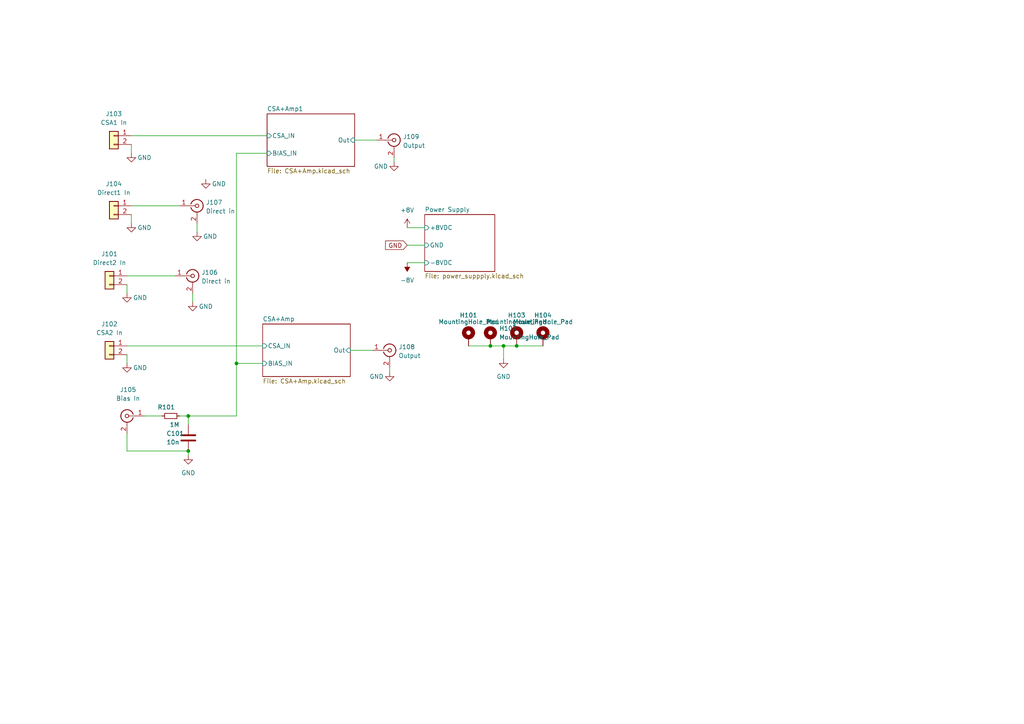
<source format=kicad_sch>
(kicad_sch (version 20211123) (generator eeschema)

  (uuid b85a0dc9-b5a8-4f61-a9c5-acbaf0f490da)

  (paper "A4")

  (lib_symbols
    (symbol "Connector:Conn_Coaxial" (pin_names (offset 1.016) hide) (in_bom yes) (on_board yes)
      (property "Reference" "J" (id 0) (at 0.254 3.048 0)
        (effects (font (size 1.27 1.27)))
      )
      (property "Value" "Conn_Coaxial" (id 1) (at 2.921 0 90)
        (effects (font (size 1.27 1.27)))
      )
      (property "Footprint" "" (id 2) (at 0 0 0)
        (effects (font (size 1.27 1.27)) hide)
      )
      (property "Datasheet" " ~" (id 3) (at 0 0 0)
        (effects (font (size 1.27 1.27)) hide)
      )
      (property "ki_keywords" "BNC SMA SMB SMC LEMO coaxial connector CINCH RCA" (id 4) (at 0 0 0)
        (effects (font (size 1.27 1.27)) hide)
      )
      (property "ki_description" "coaxial connector (BNC, SMA, SMB, SMC, Cinch/RCA, LEMO, ...)" (id 5) (at 0 0 0)
        (effects (font (size 1.27 1.27)) hide)
      )
      (property "ki_fp_filters" "*BNC* *SMA* *SMB* *SMC* *Cinch* *LEMO*" (id 6) (at 0 0 0)
        (effects (font (size 1.27 1.27)) hide)
      )
      (symbol "Conn_Coaxial_0_1"
        (arc (start -1.778 -0.508) (mid 0.2311 -1.8066) (end 1.778 0)
          (stroke (width 0.254) (type default) (color 0 0 0 0))
          (fill (type none))
        )
        (polyline
          (pts
            (xy -2.54 0)
            (xy -0.508 0)
          )
          (stroke (width 0) (type default) (color 0 0 0 0))
          (fill (type none))
        )
        (polyline
          (pts
            (xy 0 -2.54)
            (xy 0 -1.778)
          )
          (stroke (width 0) (type default) (color 0 0 0 0))
          (fill (type none))
        )
        (circle (center 0 0) (radius 0.508)
          (stroke (width 0.2032) (type default) (color 0 0 0 0))
          (fill (type none))
        )
        (arc (start 1.778 0) (mid 0.2099 1.8101) (end -1.778 0.508)
          (stroke (width 0.254) (type default) (color 0 0 0 0))
          (fill (type none))
        )
      )
      (symbol "Conn_Coaxial_1_1"
        (pin passive line (at -5.08 0 0) (length 2.54)
          (name "In" (effects (font (size 1.27 1.27))))
          (number "1" (effects (font (size 1.27 1.27))))
        )
        (pin passive line (at 0 -5.08 90) (length 2.54)
          (name "Ext" (effects (font (size 1.27 1.27))))
          (number "2" (effects (font (size 1.27 1.27))))
        )
      )
    )
    (symbol "Connector_Generic:Conn_01x02" (pin_names (offset 1.016) hide) (in_bom yes) (on_board yes)
      (property "Reference" "J" (id 0) (at 0 2.54 0)
        (effects (font (size 1.27 1.27)))
      )
      (property "Value" "Conn_01x02" (id 1) (at 0 -5.08 0)
        (effects (font (size 1.27 1.27)))
      )
      (property "Footprint" "" (id 2) (at 0 0 0)
        (effects (font (size 1.27 1.27)) hide)
      )
      (property "Datasheet" "~" (id 3) (at 0 0 0)
        (effects (font (size 1.27 1.27)) hide)
      )
      (property "ki_keywords" "connector" (id 4) (at 0 0 0)
        (effects (font (size 1.27 1.27)) hide)
      )
      (property "ki_description" "Generic connector, single row, 01x02, script generated (kicad-library-utils/schlib/autogen/connector/)" (id 5) (at 0 0 0)
        (effects (font (size 1.27 1.27)) hide)
      )
      (property "ki_fp_filters" "Connector*:*_1x??_*" (id 6) (at 0 0 0)
        (effects (font (size 1.27 1.27)) hide)
      )
      (symbol "Conn_01x02_1_1"
        (rectangle (start -1.27 -2.413) (end 0 -2.667)
          (stroke (width 0.1524) (type default) (color 0 0 0 0))
          (fill (type none))
        )
        (rectangle (start -1.27 0.127) (end 0 -0.127)
          (stroke (width 0.1524) (type default) (color 0 0 0 0))
          (fill (type none))
        )
        (rectangle (start -1.27 1.27) (end 1.27 -3.81)
          (stroke (width 0.254) (type default) (color 0 0 0 0))
          (fill (type background))
        )
        (pin passive line (at -5.08 0 0) (length 3.81)
          (name "Pin_1" (effects (font (size 1.27 1.27))))
          (number "1" (effects (font (size 1.27 1.27))))
        )
        (pin passive line (at -5.08 -2.54 0) (length 3.81)
          (name "Pin_2" (effects (font (size 1.27 1.27))))
          (number "2" (effects (font (size 1.27 1.27))))
        )
      )
    )
    (symbol "Device:C" (pin_numbers hide) (pin_names (offset 0.254)) (in_bom yes) (on_board yes)
      (property "Reference" "C" (id 0) (at 0.635 2.54 0)
        (effects (font (size 1.27 1.27)) (justify left))
      )
      (property "Value" "C" (id 1) (at 0.635 -2.54 0)
        (effects (font (size 1.27 1.27)) (justify left))
      )
      (property "Footprint" "" (id 2) (at 0.9652 -3.81 0)
        (effects (font (size 1.27 1.27)) hide)
      )
      (property "Datasheet" "~" (id 3) (at 0 0 0)
        (effects (font (size 1.27 1.27)) hide)
      )
      (property "ki_keywords" "cap capacitor" (id 4) (at 0 0 0)
        (effects (font (size 1.27 1.27)) hide)
      )
      (property "ki_description" "Unpolarized capacitor" (id 5) (at 0 0 0)
        (effects (font (size 1.27 1.27)) hide)
      )
      (property "ki_fp_filters" "C_*" (id 6) (at 0 0 0)
        (effects (font (size 1.27 1.27)) hide)
      )
      (symbol "C_0_1"
        (polyline
          (pts
            (xy -2.032 -0.762)
            (xy 2.032 -0.762)
          )
          (stroke (width 0.508) (type default) (color 0 0 0 0))
          (fill (type none))
        )
        (polyline
          (pts
            (xy -2.032 0.762)
            (xy 2.032 0.762)
          )
          (stroke (width 0.508) (type default) (color 0 0 0 0))
          (fill (type none))
        )
      )
      (symbol "C_1_1"
        (pin passive line (at 0 3.81 270) (length 2.794)
          (name "~" (effects (font (size 1.27 1.27))))
          (number "1" (effects (font (size 1.27 1.27))))
        )
        (pin passive line (at 0 -3.81 90) (length 2.794)
          (name "~" (effects (font (size 1.27 1.27))))
          (number "2" (effects (font (size 1.27 1.27))))
        )
      )
    )
    (symbol "Device:R_Small" (pin_numbers hide) (pin_names (offset 0.254) hide) (in_bom yes) (on_board yes)
      (property "Reference" "R" (id 0) (at 0.762 0.508 0)
        (effects (font (size 1.27 1.27)) (justify left))
      )
      (property "Value" "R_Small" (id 1) (at 0.762 -1.016 0)
        (effects (font (size 1.27 1.27)) (justify left))
      )
      (property "Footprint" "" (id 2) (at 0 0 0)
        (effects (font (size 1.27 1.27)) hide)
      )
      (property "Datasheet" "~" (id 3) (at 0 0 0)
        (effects (font (size 1.27 1.27)) hide)
      )
      (property "ki_keywords" "R resistor" (id 4) (at 0 0 0)
        (effects (font (size 1.27 1.27)) hide)
      )
      (property "ki_description" "Resistor, small symbol" (id 5) (at 0 0 0)
        (effects (font (size 1.27 1.27)) hide)
      )
      (property "ki_fp_filters" "R_*" (id 6) (at 0 0 0)
        (effects (font (size 1.27 1.27)) hide)
      )
      (symbol "R_Small_0_1"
        (rectangle (start -0.762 1.778) (end 0.762 -1.778)
          (stroke (width 0.2032) (type default) (color 0 0 0 0))
          (fill (type none))
        )
      )
      (symbol "R_Small_1_1"
        (pin passive line (at 0 2.54 270) (length 0.762)
          (name "~" (effects (font (size 1.27 1.27))))
          (number "1" (effects (font (size 1.27 1.27))))
        )
        (pin passive line (at 0 -2.54 90) (length 0.762)
          (name "~" (effects (font (size 1.27 1.27))))
          (number "2" (effects (font (size 1.27 1.27))))
        )
      )
    )
    (symbol "Mechanical:MountingHole_Pad" (pin_numbers hide) (pin_names (offset 1.016) hide) (in_bom yes) (on_board yes)
      (property "Reference" "H" (id 0) (at 0 6.35 0)
        (effects (font (size 1.27 1.27)))
      )
      (property "Value" "MountingHole_Pad" (id 1) (at 0 4.445 0)
        (effects (font (size 1.27 1.27)))
      )
      (property "Footprint" "" (id 2) (at 0 0 0)
        (effects (font (size 1.27 1.27)) hide)
      )
      (property "Datasheet" "~" (id 3) (at 0 0 0)
        (effects (font (size 1.27 1.27)) hide)
      )
      (property "ki_keywords" "mounting hole" (id 4) (at 0 0 0)
        (effects (font (size 1.27 1.27)) hide)
      )
      (property "ki_description" "Mounting Hole with connection" (id 5) (at 0 0 0)
        (effects (font (size 1.27 1.27)) hide)
      )
      (property "ki_fp_filters" "MountingHole*Pad*" (id 6) (at 0 0 0)
        (effects (font (size 1.27 1.27)) hide)
      )
      (symbol "MountingHole_Pad_0_1"
        (circle (center 0 1.27) (radius 1.27)
          (stroke (width 1.27) (type default) (color 0 0 0 0))
          (fill (type none))
        )
      )
      (symbol "MountingHole_Pad_1_1"
        (pin input line (at 0 -2.54 90) (length 2.54)
          (name "1" (effects (font (size 1.27 1.27))))
          (number "1" (effects (font (size 1.27 1.27))))
        )
      )
    )
    (symbol "power:+8V" (power) (pin_names (offset 0)) (in_bom yes) (on_board yes)
      (property "Reference" "#PWR" (id 0) (at 0 -3.81 0)
        (effects (font (size 1.27 1.27)) hide)
      )
      (property "Value" "+8V" (id 1) (at 0 3.556 0)
        (effects (font (size 1.27 1.27)))
      )
      (property "Footprint" "" (id 2) (at 0 0 0)
        (effects (font (size 1.27 1.27)) hide)
      )
      (property "Datasheet" "" (id 3) (at 0 0 0)
        (effects (font (size 1.27 1.27)) hide)
      )
      (property "ki_keywords" "power-flag" (id 4) (at 0 0 0)
        (effects (font (size 1.27 1.27)) hide)
      )
      (property "ki_description" "Power symbol creates a global label with name \"+8V\"" (id 5) (at 0 0 0)
        (effects (font (size 1.27 1.27)) hide)
      )
      (symbol "+8V_0_1"
        (polyline
          (pts
            (xy -0.762 1.27)
            (xy 0 2.54)
          )
          (stroke (width 0) (type default) (color 0 0 0 0))
          (fill (type none))
        )
        (polyline
          (pts
            (xy 0 0)
            (xy 0 2.54)
          )
          (stroke (width 0) (type default) (color 0 0 0 0))
          (fill (type none))
        )
        (polyline
          (pts
            (xy 0 2.54)
            (xy 0.762 1.27)
          )
          (stroke (width 0) (type default) (color 0 0 0 0))
          (fill (type none))
        )
      )
      (symbol "+8V_1_1"
        (pin power_in line (at 0 0 90) (length 0) hide
          (name "+8V" (effects (font (size 1.27 1.27))))
          (number "1" (effects (font (size 1.27 1.27))))
        )
      )
    )
    (symbol "power:-8V" (power) (pin_names (offset 0)) (in_bom yes) (on_board yes)
      (property "Reference" "#PWR" (id 0) (at 0 2.54 0)
        (effects (font (size 1.27 1.27)) hide)
      )
      (property "Value" "-8V" (id 1) (at 0 3.81 0)
        (effects (font (size 1.27 1.27)))
      )
      (property "Footprint" "" (id 2) (at 0 0 0)
        (effects (font (size 1.27 1.27)) hide)
      )
      (property "Datasheet" "" (id 3) (at 0 0 0)
        (effects (font (size 1.27 1.27)) hide)
      )
      (property "ki_keywords" "power-flag" (id 4) (at 0 0 0)
        (effects (font (size 1.27 1.27)) hide)
      )
      (property "ki_description" "Power symbol creates a global label with name \"-8V\"" (id 5) (at 0 0 0)
        (effects (font (size 1.27 1.27)) hide)
      )
      (symbol "-8V_0_0"
        (pin power_in line (at 0 0 90) (length 0) hide
          (name "-8V" (effects (font (size 1.27 1.27))))
          (number "1" (effects (font (size 1.27 1.27))))
        )
      )
      (symbol "-8V_0_1"
        (polyline
          (pts
            (xy 0 0)
            (xy 0 1.27)
            (xy 0.762 1.27)
            (xy 0 2.54)
            (xy -0.762 1.27)
            (xy 0 1.27)
          )
          (stroke (width 0) (type default) (color 0 0 0 0))
          (fill (type outline))
        )
      )
    )
    (symbol "power:GND" (power) (pin_names (offset 0)) (in_bom yes) (on_board yes)
      (property "Reference" "#PWR" (id 0) (at 0 -6.35 0)
        (effects (font (size 1.27 1.27)) hide)
      )
      (property "Value" "GND" (id 1) (at 0 -3.81 0)
        (effects (font (size 1.27 1.27)))
      )
      (property "Footprint" "" (id 2) (at 0 0 0)
        (effects (font (size 1.27 1.27)) hide)
      )
      (property "Datasheet" "" (id 3) (at 0 0 0)
        (effects (font (size 1.27 1.27)) hide)
      )
      (property "ki_keywords" "power-flag" (id 4) (at 0 0 0)
        (effects (font (size 1.27 1.27)) hide)
      )
      (property "ki_description" "Power symbol creates a global label with name \"GND\" , ground" (id 5) (at 0 0 0)
        (effects (font (size 1.27 1.27)) hide)
      )
      (symbol "GND_0_1"
        (polyline
          (pts
            (xy 0 0)
            (xy 0 -1.27)
            (xy 1.27 -1.27)
            (xy 0 -2.54)
            (xy -1.27 -1.27)
            (xy 0 -1.27)
          )
          (stroke (width 0) (type default) (color 0 0 0 0))
          (fill (type none))
        )
      )
      (symbol "GND_1_1"
        (pin power_in line (at 0 0 270) (length 0) hide
          (name "GND" (effects (font (size 1.27 1.27))))
          (number "1" (effects (font (size 1.27 1.27))))
        )
      )
    )
  )

  (junction (at 54.61 120.65) (diameter 0) (color 0 0 0 0)
    (uuid 4c904cce-334b-471d-aea7-a765090e9d80)
  )
  (junction (at 142.24 100.33) (diameter 0) (color 0 0 0 0)
    (uuid 64af1d39-f9be-4be2-af55-0b9238adca45)
  )
  (junction (at 68.58 105.41) (diameter 0) (color 0 0 0 0)
    (uuid 93fd6ffe-dde6-4819-a9b7-0a8333d9cb59)
  )
  (junction (at 146.05 100.33) (diameter 0) (color 0 0 0 0)
    (uuid 9f9d4181-0b29-4657-bf84-9fef6be4d2cc)
  )
  (junction (at 54.61 130.81) (diameter 0) (color 0 0 0 0)
    (uuid b8af28e1-3c00-42a7-aaad-6b9d59c6926f)
  )
  (junction (at 149.86 100.33) (diameter 0) (color 0 0 0 0)
    (uuid eb4a2710-e909-4179-a436-cb3d670acaa5)
  )

  (wire (pts (xy 135.89 100.33) (xy 142.24 100.33))
    (stroke (width 0) (type default) (color 0 0 0 0))
    (uuid 142a1451-afd5-47b3-8499-dcfcc4235c61)
  )
  (wire (pts (xy 102.87 40.64) (xy 109.22 40.64))
    (stroke (width 0) (type default) (color 0 0 0 0))
    (uuid 1af63587-5bbb-4c0c-ab17-09372181a860)
  )
  (wire (pts (xy 77.47 44.45) (xy 68.58 44.45))
    (stroke (width 0) (type default) (color 0 0 0 0))
    (uuid 1d1098b3-3e45-4a1c-b27c-2a133856f5c0)
  )
  (wire (pts (xy 114.3 46.99) (xy 114.3 45.72))
    (stroke (width 0) (type default) (color 0 0 0 0))
    (uuid 1eb34185-94bb-4ab8-ae01-c662f3922e7b)
  )
  (wire (pts (xy 118.11 71.12) (xy 123.19 71.12))
    (stroke (width 0) (type default) (color 0 0 0 0))
    (uuid 24ea12fb-209a-4b40-ab86-8cee67ff2617)
  )
  (wire (pts (xy 142.24 100.33) (xy 146.05 100.33))
    (stroke (width 0) (type default) (color 0 0 0 0))
    (uuid 3b6e8ab2-a5d8-4110-b2bb-08a699f51121)
  )
  (wire (pts (xy 41.91 120.65) (xy 46.99 120.65))
    (stroke (width 0) (type default) (color 0 0 0 0))
    (uuid 3bb7c88b-da89-4908-a2bd-1fc6b47689ed)
  )
  (wire (pts (xy 118.11 66.04) (xy 123.19 66.04))
    (stroke (width 0) (type default) (color 0 0 0 0))
    (uuid 4d7c5e79-b008-4458-adda-0fdb57f36dd6)
  )
  (wire (pts (xy 38.1 39.37) (xy 77.47 39.37))
    (stroke (width 0) (type default) (color 0 0 0 0))
    (uuid 4df539f3-2978-4095-a330-cdc9ae454fa6)
  )
  (wire (pts (xy 36.83 82.55) (xy 36.83 85.09))
    (stroke (width 0) (type default) (color 0 0 0 0))
    (uuid 53d06069-5fb3-4f5f-82f3-f6c7956eae42)
  )
  (wire (pts (xy 54.61 123.19) (xy 54.61 120.65))
    (stroke (width 0) (type default) (color 0 0 0 0))
    (uuid 53d10630-b0da-4b88-a88e-3c5eb94291d9)
  )
  (wire (pts (xy 54.61 130.81) (xy 54.61 132.08))
    (stroke (width 0) (type default) (color 0 0 0 0))
    (uuid 57017e15-5d3e-4bbf-b708-71a13f78eae8)
  )
  (wire (pts (xy 68.58 44.45) (xy 68.58 105.41))
    (stroke (width 0) (type default) (color 0 0 0 0))
    (uuid 5a4ebf1c-bcbc-4a3e-8edf-b3b4cbdaf8bd)
  )
  (wire (pts (xy 36.83 100.33) (xy 76.2 100.33))
    (stroke (width 0) (type default) (color 0 0 0 0))
    (uuid 5cf41d24-7d58-4213-b542-cef582511072)
  )
  (wire (pts (xy 38.1 62.23) (xy 38.1 64.77))
    (stroke (width 0) (type default) (color 0 0 0 0))
    (uuid 5ea0280c-6fac-4505-b952-fd8755dd68e9)
  )
  (wire (pts (xy 146.05 100.33) (xy 149.86 100.33))
    (stroke (width 0) (type default) (color 0 0 0 0))
    (uuid 653b3427-6e90-4bf8-8771-b353be262935)
  )
  (wire (pts (xy 118.11 76.2) (xy 123.19 76.2))
    (stroke (width 0) (type default) (color 0 0 0 0))
    (uuid 65a8abb5-95d7-42f5-b9cb-b7e4e53af737)
  )
  (wire (pts (xy 101.6 101.6) (xy 107.95 101.6))
    (stroke (width 0) (type default) (color 0 0 0 0))
    (uuid 8a3374e1-875f-4890-a4df-1b68e3740547)
  )
  (wire (pts (xy 68.58 105.41) (xy 76.2 105.41))
    (stroke (width 0) (type default) (color 0 0 0 0))
    (uuid 91fab4d2-357a-4660-9f8d-6bac2f034855)
  )
  (wire (pts (xy 38.1 41.91) (xy 38.1 44.45))
    (stroke (width 0) (type default) (color 0 0 0 0))
    (uuid 94840e4f-34e8-45ae-9f7c-dea41551df87)
  )
  (wire (pts (xy 36.83 125.73) (xy 36.83 130.81))
    (stroke (width 0) (type default) (color 0 0 0 0))
    (uuid 9e9fd1c1-9f4e-40f1-9617-8b3cf0d24097)
  )
  (wire (pts (xy 52.07 120.65) (xy 54.61 120.65))
    (stroke (width 0) (type default) (color 0 0 0 0))
    (uuid a4288ad3-6a0a-4bd3-ab2d-b91f266f4583)
  )
  (wire (pts (xy 38.1 59.69) (xy 52.07 59.69))
    (stroke (width 0) (type default) (color 0 0 0 0))
    (uuid b3321f81-ca6c-4359-9eb4-744534f37fa9)
  )
  (wire (pts (xy 36.83 102.87) (xy 36.83 105.41))
    (stroke (width 0) (type default) (color 0 0 0 0))
    (uuid b36253cc-43c3-4786-9dd4-cc4471fa32e6)
  )
  (wire (pts (xy 68.58 120.65) (xy 68.58 105.41))
    (stroke (width 0) (type default) (color 0 0 0 0))
    (uuid bb9f97d6-3f22-4d40-8c9c-48efc187e030)
  )
  (wire (pts (xy 54.61 120.65) (xy 68.58 120.65))
    (stroke (width 0) (type default) (color 0 0 0 0))
    (uuid bbf8d65a-1bd2-47ed-a4a3-123a2606fa95)
  )
  (wire (pts (xy 146.05 100.33) (xy 146.05 104.14))
    (stroke (width 0) (type default) (color 0 0 0 0))
    (uuid bec47d21-a60a-415c-89ae-1277cf8052e5)
  )
  (wire (pts (xy 36.83 80.01) (xy 50.8 80.01))
    (stroke (width 0) (type default) (color 0 0 0 0))
    (uuid c0fc8ac5-7fd7-4ea9-bbdd-4ff9acce38a5)
  )
  (wire (pts (xy 57.15 64.77) (xy 57.15 67.31))
    (stroke (width 0) (type default) (color 0 0 0 0))
    (uuid c268a287-d02b-4716-9e41-5ea61b04f32e)
  )
  (wire (pts (xy 55.88 85.09) (xy 55.88 87.63))
    (stroke (width 0) (type default) (color 0 0 0 0))
    (uuid c926a29c-ddfc-47d2-91ca-2fdef0ad0653)
  )
  (wire (pts (xy 149.86 100.33) (xy 157.48 100.33))
    (stroke (width 0) (type default) (color 0 0 0 0))
    (uuid e26f85bd-7b0c-40cb-bc3b-c9b68af8d549)
  )
  (wire (pts (xy 113.03 107.95) (xy 113.03 106.68))
    (stroke (width 0) (type default) (color 0 0 0 0))
    (uuid eceeb3d0-589a-4f59-bfc6-72c1ab83b382)
  )
  (wire (pts (xy 36.83 130.81) (xy 54.61 130.81))
    (stroke (width 0) (type default) (color 0 0 0 0))
    (uuid f01dce7a-441d-4c0d-a563-6be39e2fd335)
  )

  (global_label "GND" (shape input) (at 118.11 71.12 180) (fields_autoplaced)
    (effects (font (size 1.27 1.27)) (justify right))
    (uuid b96d934f-dc1f-4745-89ac-17d78a649280)
    (property "Intersheet References" "${INTERSHEET_REFS}" (id 0) (at 111.8264 71.0406 0)
      (effects (font (size 1.27 1.27)) (justify right) hide)
    )
  )

  (symbol (lib_id "Connector:Conn_Coaxial") (at 55.88 80.01 0) (unit 1)
    (in_bom yes) (on_board yes) (fields_autoplaced)
    (uuid 0388a301-bb48-4579-858e-cf2897d6b6de)
    (property "Reference" "J106" (id 0) (at 58.42 79.0331 0)
      (effects (font (size 1.27 1.27)) (justify left))
    )
    (property "Value" "Direct in" (id 1) (at 58.42 81.5731 0)
      (effects (font (size 1.27 1.27)) (justify left))
    )
    (property "Footprint" "Connector_Coaxial:SMA_Amphenol_132203-12_Horizontal" (id 2) (at 55.88 80.01 0)
      (effects (font (size 1.27 1.27)) hide)
    )
    (property "Datasheet" "https://www.mouser.com/datasheet/2/238/consma002-l-g-1544715.pdf" (id 3) (at 55.88 80.01 0)
      (effects (font (size 1.27 1.27)) hide)
    )
    (property "Digikey" "" (id 4) (at 55.88 80.01 0)
      (effects (font (size 1.27 1.27)) hide)
    )
    (property "Mouser" "712-CONSMA002-L-G " (id 5) (at 55.88 80.01 0)
      (effects (font (size 1.27 1.27)) hide)
    )
    (pin "1" (uuid 3ae8bb3b-ac6c-44cf-82bc-3035cce9fda6))
    (pin "2" (uuid e75f6ac4-6a6d-4199-b5db-5b9731986835))
  )

  (symbol (lib_id "Connector:Conn_Coaxial") (at 113.03 101.6 0) (unit 1)
    (in_bom yes) (on_board yes) (fields_autoplaced)
    (uuid 0da83d3e-b1ab-483f-a02f-01b90c3f43d5)
    (property "Reference" "J108" (id 0) (at 115.57 100.6231 0)
      (effects (font (size 1.27 1.27)) (justify left))
    )
    (property "Value" "Output" (id 1) (at 115.57 103.1631 0)
      (effects (font (size 1.27 1.27)) (justify left))
    )
    (property "Footprint" "Connector_Coaxial:SMA_Amphenol_132203-12_Horizontal" (id 2) (at 113.03 101.6 0)
      (effects (font (size 1.27 1.27)) hide)
    )
    (property "Datasheet" "https://www.mouser.com/datasheet/2/238/consma002-l-g-1544715.pdf" (id 3) (at 113.03 101.6 0)
      (effects (font (size 1.27 1.27)) hide)
    )
    (property "Digikey" "" (id 4) (at 113.03 101.6 0)
      (effects (font (size 1.27 1.27)) hide)
    )
    (property "Mouser" "712-CONSMA002-L-G " (id 5) (at 113.03 101.6 0)
      (effects (font (size 1.27 1.27)) hide)
    )
    (pin "1" (uuid 4f5c0bb5-580c-4366-ba9b-72f86f504ad2))
    (pin "2" (uuid 30cd16a0-21ab-449e-817f-990b4512ab5a))
  )

  (symbol (lib_id "power:GND") (at 54.61 132.08 0) (unit 1)
    (in_bom yes) (on_board yes) (fields_autoplaced)
    (uuid 1589af3c-8a1c-4122-aafe-5b9f4f51c5ef)
    (property "Reference" "#PWR0105" (id 0) (at 54.61 138.43 0)
      (effects (font (size 1.27 1.27)) hide)
    )
    (property "Value" "GND" (id 1) (at 54.61 137.16 0))
    (property "Footprint" "" (id 2) (at 54.61 132.08 0)
      (effects (font (size 1.27 1.27)) hide)
    )
    (property "Datasheet" "" (id 3) (at 54.61 132.08 0)
      (effects (font (size 1.27 1.27)) hide)
    )
    (pin "1" (uuid 722dcd12-d179-480e-86ba-c38b2104d40e))
  )

  (symbol (lib_id "power:GND") (at 57.15 67.31 0) (mirror y) (unit 1)
    (in_bom yes) (on_board yes)
    (uuid 3056a5db-fb5f-4623-928b-f645212ed1a8)
    (property "Reference" "#PWR0107" (id 0) (at 57.15 73.66 0)
      (effects (font (size 1.27 1.27)) hide)
    )
    (property "Value" "GND" (id 1) (at 60.96 68.58 0))
    (property "Footprint" "" (id 2) (at 57.15 67.31 0)
      (effects (font (size 1.27 1.27)) hide)
    )
    (property "Datasheet" "" (id 3) (at 57.15 67.31 0)
      (effects (font (size 1.27 1.27)) hide)
    )
    (pin "1" (uuid 5458704b-e088-4f66-990a-c3abdbeba6ae))
  )

  (symbol (lib_id "power:GND") (at 38.1 64.77 0) (mirror y) (unit 1)
    (in_bom yes) (on_board yes)
    (uuid 332b0e5c-d703-4c41-9b1d-a1e9283f8e38)
    (property "Reference" "#PWR0104" (id 0) (at 38.1 71.12 0)
      (effects (font (size 1.27 1.27)) hide)
    )
    (property "Value" "GND" (id 1) (at 41.91 66.04 0))
    (property "Footprint" "" (id 2) (at 38.1 64.77 0)
      (effects (font (size 1.27 1.27)) hide)
    )
    (property "Datasheet" "" (id 3) (at 38.1 64.77 0)
      (effects (font (size 1.27 1.27)) hide)
    )
    (pin "1" (uuid ddc41db2-d313-4572-b782-5c2766594c5a))
  )

  (symbol (lib_id "power:GND") (at 36.83 105.41 0) (mirror y) (unit 1)
    (in_bom yes) (on_board yes)
    (uuid 335528af-df99-4781-bf78-62250f9b1d33)
    (property "Reference" "#PWR0102" (id 0) (at 36.83 111.76 0)
      (effects (font (size 1.27 1.27)) hide)
    )
    (property "Value" "GND" (id 1) (at 40.64 106.68 0))
    (property "Footprint" "" (id 2) (at 36.83 105.41 0)
      (effects (font (size 1.27 1.27)) hide)
    )
    (property "Datasheet" "" (id 3) (at 36.83 105.41 0)
      (effects (font (size 1.27 1.27)) hide)
    )
    (pin "1" (uuid 4dc7b7b2-30ee-4414-bcd4-cce4078b36ca))
  )

  (symbol (lib_id "Connector:Conn_Coaxial") (at 36.83 120.65 0) (mirror y) (unit 1)
    (in_bom yes) (on_board yes) (fields_autoplaced)
    (uuid 4e27e17b-452e-4baa-a155-afb6718c09b3)
    (property "Reference" "J105" (id 0) (at 37.1474 113.03 0))
    (property "Value" "Bias In" (id 1) (at 37.1474 115.57 0))
    (property "Footprint" "Connector_Coaxial:SMA_Amphenol_132203-12_Horizontal" (id 2) (at 36.83 120.65 0)
      (effects (font (size 1.27 1.27)) hide)
    )
    (property "Datasheet" "https://www.mouser.com/datasheet/2/238/consma002-l-g-1544715.pdf" (id 3) (at 36.83 120.65 0)
      (effects (font (size 1.27 1.27)) hide)
    )
    (property "Digikey" "" (id 4) (at 36.83 120.65 0)
      (effects (font (size 1.27 1.27)) hide)
    )
    (property "Mouser" "712-CONSMA002-L-G " (id 5) (at 36.83 120.65 0)
      (effects (font (size 1.27 1.27)) hide)
    )
    (pin "1" (uuid 3052ad40-27f3-4533-895e-605fd8cdc90b))
    (pin "2" (uuid 7d11ca53-2327-4f2e-892b-4c2d09f061a0))
  )

  (symbol (lib_id "Device:R_Small") (at 49.53 120.65 270) (unit 1)
    (in_bom yes) (on_board yes)
    (uuid 5f6b2528-a50e-4f82-82d3-d2029f3e413a)
    (property "Reference" "R101" (id 0) (at 50.8 118.11 90)
      (effects (font (size 1.27 1.27)) (justify right))
    )
    (property "Value" "1M" (id 1) (at 52.07 123.19 90)
      (effects (font (size 1.27 1.27)) (justify right))
    )
    (property "Footprint" "Resistor_SMD:R_0805_2012Metric_Pad1.20x1.40mm_HandSolder" (id 2) (at 49.53 120.65 0)
      (effects (font (size 1.27 1.27)) hide)
    )
    (property "Datasheet" "https://www.mouser.com/datasheet/2/315/AOA0000C334-1314047.pdf" (id 3) (at 49.53 120.65 0)
      (effects (font (size 1.27 1.27)) hide)
    )
    (property "Mouser" "667-ERJ-S06F1005V " (id 4) (at 49.53 120.65 0)
      (effects (font (size 1.27 1.27)) hide)
    )
    (pin "1" (uuid 5a328c26-22d1-4d4d-a18c-16ba5f3cb81c))
    (pin "2" (uuid 853bca1c-5bc4-441f-96ed-6164a44d0c27))
  )

  (symbol (lib_id "power:+8V") (at 118.11 66.04 0) (unit 1)
    (in_bom yes) (on_board yes) (fields_autoplaced)
    (uuid 644dd98e-575d-4105-83c8-16b291ba74c6)
    (property "Reference" "#PWR0111" (id 0) (at 118.11 69.85 0)
      (effects (font (size 1.27 1.27)) hide)
    )
    (property "Value" "+8V" (id 1) (at 118.11 60.96 0))
    (property "Footprint" "" (id 2) (at 118.11 66.04 0)
      (effects (font (size 1.27 1.27)) hide)
    )
    (property "Datasheet" "" (id 3) (at 118.11 66.04 0)
      (effects (font (size 1.27 1.27)) hide)
    )
    (pin "1" (uuid 3b88ec2f-aac1-4c76-bf8c-4ac1bf7195cc))
  )

  (symbol (lib_id "power:GND") (at 38.1 44.45 0) (mirror y) (unit 1)
    (in_bom yes) (on_board yes)
    (uuid 66eec0d6-8d10-4fa8-9798-fae155402b2d)
    (property "Reference" "#PWR0103" (id 0) (at 38.1 50.8 0)
      (effects (font (size 1.27 1.27)) hide)
    )
    (property "Value" "GND" (id 1) (at 41.91 45.72 0))
    (property "Footprint" "" (id 2) (at 38.1 44.45 0)
      (effects (font (size 1.27 1.27)) hide)
    )
    (property "Datasheet" "" (id 3) (at 38.1 44.45 0)
      (effects (font (size 1.27 1.27)) hide)
    )
    (pin "1" (uuid 736e6aa3-3a45-4af4-93fe-7609628945ef))
  )

  (symbol (lib_id "Mechanical:MountingHole_Pad") (at 135.89 97.79 0) (unit 1)
    (in_bom yes) (on_board yes)
    (uuid 6a27339d-f8a4-45e1-82d3-9a1fdb4fcf5f)
    (property "Reference" "H101" (id 0) (at 135.89 91.44 0))
    (property "Value" "MountingHole_Pad" (id 1) (at 135.89 93.345 0))
    (property "Footprint" "MountingHole:MountingHole_2.7mm_M2.5_DIN965_Pad_TopBottom" (id 2) (at 135.89 97.79 0)
      (effects (font (size 1.27 1.27)) hide)
    )
    (property "Datasheet" "~" (id 3) (at 135.89 97.79 0)
      (effects (font (size 1.27 1.27)) hide)
    )
    (pin "1" (uuid b287f7ea-fbc9-4f99-aa39-506263e43910))
  )

  (symbol (lib_id "Connector_Generic:Conn_01x02") (at 31.75 100.33 0) (mirror y) (unit 1)
    (in_bom yes) (on_board yes) (fields_autoplaced)
    (uuid 836d0791-cb6d-43b1-b97b-2cb0df2843ed)
    (property "Reference" "J102" (id 0) (at 31.75 93.98 0))
    (property "Value" "CSA2 In" (id 1) (at 31.75 96.52 0))
    (property "Footprint" "Connector_PinHeader_2.54mm:PinHeader_1x02_P2.54mm_Vertical" (id 2) (at 31.75 100.33 0)
      (effects (font (size 1.27 1.27)) hide)
    )
    (property "Datasheet" "~" (id 3) (at 31.75 100.33 0)
      (effects (font (size 1.27 1.27)) hide)
    )
    (pin "1" (uuid 4c67e0ec-0011-416c-a902-c283af8b5007))
    (pin "2" (uuid 4f156824-fa26-4791-9708-8f78bcc31b29))
  )

  (symbol (lib_id "power:GND") (at 113.03 107.95 0) (unit 1)
    (in_bom yes) (on_board yes)
    (uuid 8cb5f5e0-6703-4e01-8d92-5e7d09c11e96)
    (property "Reference" "#PWR0109" (id 0) (at 113.03 114.3 0)
      (effects (font (size 1.27 1.27)) hide)
    )
    (property "Value" "GND" (id 1) (at 109.22 109.22 0))
    (property "Footprint" "" (id 2) (at 113.03 107.95 0)
      (effects (font (size 1.27 1.27)) hide)
    )
    (property "Datasheet" "" (id 3) (at 113.03 107.95 0)
      (effects (font (size 1.27 1.27)) hide)
    )
    (pin "1" (uuid d05a61b1-aea1-403b-92a0-5abd41b06cb8))
  )

  (symbol (lib_id "Mechanical:MountingHole_Pad") (at 149.86 97.79 0) (unit 1)
    (in_bom yes) (on_board yes)
    (uuid 8fa501a6-4a46-469b-aef8-007e3af843ee)
    (property "Reference" "H103" (id 0) (at 149.86 91.44 0))
    (property "Value" "MountingHole_Pad" (id 1) (at 149.86 93.345 0))
    (property "Footprint" "MountingHole:MountingHole_2.7mm_M2.5_DIN965_Pad_TopBottom" (id 2) (at 149.86 97.79 0)
      (effects (font (size 1.27 1.27)) hide)
    )
    (property "Datasheet" "~" (id 3) (at 149.86 97.79 0)
      (effects (font (size 1.27 1.27)) hide)
    )
    (pin "1" (uuid b0568a22-a9dc-4aac-b8ff-308d540e0ac1))
  )

  (symbol (lib_id "Connector:Conn_Coaxial") (at 114.3 40.64 0) (unit 1)
    (in_bom yes) (on_board yes) (fields_autoplaced)
    (uuid 91de759a-8ac4-4dbc-bb1b-19ce3078be6f)
    (property "Reference" "J109" (id 0) (at 116.84 39.6631 0)
      (effects (font (size 1.27 1.27)) (justify left))
    )
    (property "Value" "Output" (id 1) (at 116.84 42.2031 0)
      (effects (font (size 1.27 1.27)) (justify left))
    )
    (property "Footprint" "Connector_Coaxial:SMA_Amphenol_132203-12_Horizontal" (id 2) (at 114.3 40.64 0)
      (effects (font (size 1.27 1.27)) hide)
    )
    (property "Datasheet" "https://www.mouser.com/datasheet/2/238/consma002-l-g-1544715.pdf" (id 3) (at 114.3 40.64 0)
      (effects (font (size 1.27 1.27)) hide)
    )
    (property "Digikey" "" (id 4) (at 114.3 40.64 0)
      (effects (font (size 1.27 1.27)) hide)
    )
    (property "Mouser" "712-CONSMA002-L-G " (id 5) (at 114.3 40.64 0)
      (effects (font (size 1.27 1.27)) hide)
    )
    (pin "1" (uuid da7f0680-03fc-4955-87f5-ed93377b8086))
    (pin "2" (uuid 8741660b-5bbf-4b3b-9dd8-23a36893179a))
  )

  (symbol (lib_id "Mechanical:MountingHole_Pad") (at 142.24 97.79 0) (unit 1)
    (in_bom yes) (on_board yes) (fields_autoplaced)
    (uuid 984a95bf-ba61-42b9-a96d-348b5752aee4)
    (property "Reference" "H102" (id 0) (at 144.78 95.2499 0)
      (effects (font (size 1.27 1.27)) (justify left))
    )
    (property "Value" "MountingHole_Pad" (id 1) (at 144.78 97.7899 0)
      (effects (font (size 1.27 1.27)) (justify left))
    )
    (property "Footprint" "MountingHole:MountingHole_2.7mm_M2.5_DIN965_Pad_TopBottom" (id 2) (at 142.24 97.79 0)
      (effects (font (size 1.27 1.27)) hide)
    )
    (property "Datasheet" "~" (id 3) (at 142.24 97.79 0)
      (effects (font (size 1.27 1.27)) hide)
    )
    (pin "1" (uuid 39d9551b-8663-40f3-8e70-c4c230989de9))
  )

  (symbol (lib_id "power:GND") (at 36.83 85.09 0) (mirror y) (unit 1)
    (in_bom yes) (on_board yes)
    (uuid 9d57e618-6ad9-4cf4-bd7e-c383f260f6a0)
    (property "Reference" "#PWR0101" (id 0) (at 36.83 91.44 0)
      (effects (font (size 1.27 1.27)) hide)
    )
    (property "Value" "GND" (id 1) (at 40.64 86.36 0))
    (property "Footprint" "" (id 2) (at 36.83 85.09 0)
      (effects (font (size 1.27 1.27)) hide)
    )
    (property "Datasheet" "" (id 3) (at 36.83 85.09 0)
      (effects (font (size 1.27 1.27)) hide)
    )
    (pin "1" (uuid 11df8f86-cc07-496c-a91b-02d61ecd0e5d))
  )

  (symbol (lib_id "power:GND") (at 59.69 52.07 0) (mirror y) (unit 1)
    (in_bom yes) (on_board yes)
    (uuid ac0b20ab-f34f-443a-8cd8-6e40d5798f41)
    (property "Reference" "#PWR0108" (id 0) (at 59.69 58.42 0)
      (effects (font (size 1.27 1.27)) hide)
    )
    (property "Value" "GND" (id 1) (at 63.5 53.34 0))
    (property "Footprint" "" (id 2) (at 59.69 52.07 0)
      (effects (font (size 1.27 1.27)) hide)
    )
    (property "Datasheet" "" (id 3) (at 59.69 52.07 0)
      (effects (font (size 1.27 1.27)) hide)
    )
    (pin "1" (uuid 693b6232-f3b8-4a0c-8ed0-27286d8d9de5))
  )

  (symbol (lib_id "Connector:Conn_Coaxial") (at 57.15 59.69 0) (unit 1)
    (in_bom yes) (on_board yes) (fields_autoplaced)
    (uuid b4b1a393-87e3-4863-bcc7-860d1f1ea1bc)
    (property "Reference" "J107" (id 0) (at 59.69 58.7131 0)
      (effects (font (size 1.27 1.27)) (justify left))
    )
    (property "Value" "Direct in" (id 1) (at 59.69 61.2531 0)
      (effects (font (size 1.27 1.27)) (justify left))
    )
    (property "Footprint" "Connector_Coaxial:SMA_Amphenol_132203-12_Horizontal" (id 2) (at 57.15 59.69 0)
      (effects (font (size 1.27 1.27)) hide)
    )
    (property "Datasheet" "https://www.mouser.com/datasheet/2/238/consma002-l-g-1544715.pdf" (id 3) (at 57.15 59.69 0)
      (effects (font (size 1.27 1.27)) hide)
    )
    (property "Digikey" "" (id 4) (at 57.15 59.69 0)
      (effects (font (size 1.27 1.27)) hide)
    )
    (property "Mouser" "712-CONSMA002-L-G " (id 5) (at 57.15 59.69 0)
      (effects (font (size 1.27 1.27)) hide)
    )
    (pin "1" (uuid 9689830d-1259-423d-a1e3-0760739b5d88))
    (pin "2" (uuid de7dfaf0-b2e9-42a5-9dbd-cc357cb675c2))
  )

  (symbol (lib_id "power:GND") (at 55.88 87.63 0) (mirror y) (unit 1)
    (in_bom yes) (on_board yes)
    (uuid b927959b-3b90-422d-abc7-1404dd383ea3)
    (property "Reference" "#PWR0106" (id 0) (at 55.88 93.98 0)
      (effects (font (size 1.27 1.27)) hide)
    )
    (property "Value" "GND" (id 1) (at 59.69 88.9 0))
    (property "Footprint" "" (id 2) (at 55.88 87.63 0)
      (effects (font (size 1.27 1.27)) hide)
    )
    (property "Datasheet" "" (id 3) (at 55.88 87.63 0)
      (effects (font (size 1.27 1.27)) hide)
    )
    (pin "1" (uuid 734328ec-a8e4-47e5-bbe3-a9cb376b528c))
  )

  (symbol (lib_id "power:GND") (at 146.05 104.14 0) (unit 1)
    (in_bom yes) (on_board yes) (fields_autoplaced)
    (uuid c81ea5b3-807f-4cea-a050-f94f20adf652)
    (property "Reference" "#PWR0113" (id 0) (at 146.05 110.49 0)
      (effects (font (size 1.27 1.27)) hide)
    )
    (property "Value" "GND" (id 1) (at 146.05 109.22 0))
    (property "Footprint" "" (id 2) (at 146.05 104.14 0)
      (effects (font (size 1.27 1.27)) hide)
    )
    (property "Datasheet" "" (id 3) (at 146.05 104.14 0)
      (effects (font (size 1.27 1.27)) hide)
    )
    (pin "1" (uuid 988bdb75-08b7-4d2b-b5c4-5978041f539f))
  )

  (symbol (lib_id "power:-8V") (at 118.11 76.2 180) (unit 1)
    (in_bom yes) (on_board yes) (fields_autoplaced)
    (uuid cde72a3e-6e53-4e75-9329-bdd0dd2bb4a0)
    (property "Reference" "#PWR0112" (id 0) (at 118.11 78.74 0)
      (effects (font (size 1.27 1.27)) hide)
    )
    (property "Value" "-8V" (id 1) (at 118.11 81.28 0))
    (property "Footprint" "" (id 2) (at 118.11 76.2 0)
      (effects (font (size 1.27 1.27)) hide)
    )
    (property "Datasheet" "" (id 3) (at 118.11 76.2 0)
      (effects (font (size 1.27 1.27)) hide)
    )
    (pin "1" (uuid 40396e6d-33d5-472c-8a30-3c8f5c2ef96d))
  )

  (symbol (lib_id "Connector_Generic:Conn_01x02") (at 31.75 80.01 0) (mirror y) (unit 1)
    (in_bom yes) (on_board yes) (fields_autoplaced)
    (uuid cdf81091-ac5d-4eae-8021-520526ca3a06)
    (property "Reference" "J101" (id 0) (at 31.75 73.66 0))
    (property "Value" "Direct2 In" (id 1) (at 31.75 76.2 0))
    (property "Footprint" "Connector_PinHeader_2.54mm:PinHeader_1x02_P2.54mm_Vertical" (id 2) (at 31.75 80.01 0)
      (effects (font (size 1.27 1.27)) hide)
    )
    (property "Datasheet" "~" (id 3) (at 31.75 80.01 0)
      (effects (font (size 1.27 1.27)) hide)
    )
    (pin "1" (uuid 11515ed4-077b-45ca-b880-a511355f3723))
    (pin "2" (uuid 54cd1bdd-0443-45a4-9e95-dc4af8ac9aa2))
  )

  (symbol (lib_id "power:GND") (at 114.3 46.99 0) (unit 1)
    (in_bom yes) (on_board yes)
    (uuid dc129ca6-1e49-4584-8f6b-8908d208bf34)
    (property "Reference" "#PWR0110" (id 0) (at 114.3 53.34 0)
      (effects (font (size 1.27 1.27)) hide)
    )
    (property "Value" "GND" (id 1) (at 110.49 48.26 0))
    (property "Footprint" "" (id 2) (at 114.3 46.99 0)
      (effects (font (size 1.27 1.27)) hide)
    )
    (property "Datasheet" "" (id 3) (at 114.3 46.99 0)
      (effects (font (size 1.27 1.27)) hide)
    )
    (pin "1" (uuid 4324e631-af50-4892-9a82-8732beaa82e8))
  )

  (symbol (lib_id "Device:C") (at 54.61 127 180) (unit 1)
    (in_bom yes) (on_board yes)
    (uuid dd625ebc-3990-4e14-ad0d-9c45f3e50537)
    (property "Reference" "C101" (id 0) (at 48.26 125.73 0)
      (effects (font (size 1.27 1.27)) (justify right))
    )
    (property "Value" "10n" (id 1) (at 48.26 128.27 0)
      (effects (font (size 1.27 1.27)) (justify right))
    )
    (property "Footprint" "Capacitor_SMD:C_1206_3216Metric_Pad1.33x1.80mm_HandSolder" (id 2) (at 53.6448 123.19 0)
      (effects (font (size 1.27 1.27)) hide)
    )
    (property "Datasheet" "https://www.mouser.com/datasheet/2/212/KEM_C1007_X8R_ULTRA_150C_SMD-1102703.pdf" (id 3) (at 54.61 127 0)
      (effects (font (size 1.27 1.27)) hide)
    )
    (property "Mouser" "80-C1206C104K3HAUTO" (id 4) (at 54.61 127 0)
      (effects (font (size 1.27 1.27)) hide)
    )
    (pin "1" (uuid e956b8ef-4391-4bae-a376-fee101129f54))
    (pin "2" (uuid 559700ba-4752-422c-8f0b-021cf76b95d0))
  )

  (symbol (lib_id "Connector_Generic:Conn_01x02") (at 33.02 39.37 0) (mirror y) (unit 1)
    (in_bom yes) (on_board yes) (fields_autoplaced)
    (uuid e801df7c-fdbe-47b9-8ac4-8396f3e706e5)
    (property "Reference" "J103" (id 0) (at 33.02 33.02 0))
    (property "Value" "CSA1 In" (id 1) (at 33.02 35.56 0))
    (property "Footprint" "Connector_PinHeader_2.54mm:PinHeader_1x02_P2.54mm_Vertical" (id 2) (at 33.02 39.37 0)
      (effects (font (size 1.27 1.27)) hide)
    )
    (property "Datasheet" "~" (id 3) (at 33.02 39.37 0)
      (effects (font (size 1.27 1.27)) hide)
    )
    (pin "1" (uuid c9ffa129-8d19-46df-a288-00987f154dd8))
    (pin "2" (uuid 7cb6707b-8c39-450e-952b-146b9def2ef3))
  )

  (symbol (lib_id "Connector_Generic:Conn_01x02") (at 33.02 59.69 0) (mirror y) (unit 1)
    (in_bom yes) (on_board yes) (fields_autoplaced)
    (uuid eca74c8d-5a5a-4243-9ab1-5f024290da26)
    (property "Reference" "J104" (id 0) (at 33.02 53.34 0))
    (property "Value" "Direct1 In" (id 1) (at 33.02 55.88 0))
    (property "Footprint" "Connector_PinHeader_2.54mm:PinHeader_1x02_P2.54mm_Vertical" (id 2) (at 33.02 59.69 0)
      (effects (font (size 1.27 1.27)) hide)
    )
    (property "Datasheet" "~" (id 3) (at 33.02 59.69 0)
      (effects (font (size 1.27 1.27)) hide)
    )
    (pin "1" (uuid fbc23732-6512-4fef-9864-78e0ab169cf6))
    (pin "2" (uuid 5fb304cc-1ec9-4de9-b3b0-72335767a985))
  )

  (symbol (lib_id "Mechanical:MountingHole_Pad") (at 157.48 97.79 0) (unit 1)
    (in_bom yes) (on_board yes)
    (uuid f56d485a-6e11-4ef7-aa6f-3973511e339e)
    (property "Reference" "H104" (id 0) (at 157.48 91.44 0))
    (property "Value" "MountingHole_Pad" (id 1) (at 157.48 93.345 0))
    (property "Footprint" "MountingHole:MountingHole_2.7mm_M2.5_DIN965_Pad_TopBottom" (id 2) (at 157.48 97.79 0)
      (effects (font (size 1.27 1.27)) hide)
    )
    (property "Datasheet" "~" (id 3) (at 157.48 97.79 0)
      (effects (font (size 1.27 1.27)) hide)
    )
    (pin "1" (uuid c235b3b4-63c1-4f1b-940d-17a17f54096e))
  )

  (sheet (at 77.47 33.02) (size 25.4 15.24) (fields_autoplaced)
    (stroke (width 0.1524) (type solid) (color 0 0 0 0))
    (fill (color 0 0 0 0.0000))
    (uuid 23936c47-d623-428e-a19a-84334af95a77)
    (property "Sheet name" "CSA+Amp1" (id 0) (at 77.47 32.3084 0)
      (effects (font (size 1.27 1.27)) (justify left bottom))
    )
    (property "Sheet file" "CSA+Amp.kicad_sch" (id 1) (at 77.47 48.8446 0)
      (effects (font (size 1.27 1.27)) (justify left top))
    )
    (pin "CSA_IN" input (at 77.47 39.37 180)
      (effects (font (size 1.27 1.27)) (justify left))
      (uuid c26be731-8e49-4507-aee6-4138f1467a8d)
    )
    (pin "Out" input (at 102.87 40.64 0)
      (effects (font (size 1.27 1.27)) (justify right))
      (uuid a3e96200-1b64-42f5-b138-4665e0ee5776)
    )
    (pin "BIAS_IN" input (at 77.47 44.45 180)
      (effects (font (size 1.27 1.27)) (justify left))
      (uuid 2b38e113-5a19-42cc-a65b-8309f71466e3)
    )
  )

  (sheet (at 76.2 93.98) (size 25.4 15.24) (fields_autoplaced)
    (stroke (width 0.1524) (type solid) (color 0 0 0 0))
    (fill (color 0 0 0 0.0000))
    (uuid 3cc0283d-5135-4322-99ab-ba7eddcc5a87)
    (property "Sheet name" "CSA+Amp" (id 0) (at 76.2 93.2684 0)
      (effects (font (size 1.27 1.27)) (justify left bottom))
    )
    (property "Sheet file" "CSA+Amp.kicad_sch" (id 1) (at 76.2 109.8046 0)
      (effects (font (size 1.27 1.27)) (justify left top))
    )
    (pin "CSA_IN" input (at 76.2 100.33 180)
      (effects (font (size 1.27 1.27)) (justify left))
      (uuid 62052c7a-4bfa-475f-b51c-aa64c524bafb)
    )
    (pin "Out" input (at 101.6 101.6 0)
      (effects (font (size 1.27 1.27)) (justify right))
      (uuid a6e9c82f-b210-411e-9c3a-b8f2000b776b)
    )
    (pin "BIAS_IN" input (at 76.2 105.41 180)
      (effects (font (size 1.27 1.27)) (justify left))
      (uuid 31c000a9-7477-40ed-96bb-ce59dd619786)
    )
  )

  (sheet (at 123.19 62.23) (size 20.32 16.51) (fields_autoplaced)
    (stroke (width 0.1524) (type solid) (color 0 0 0 0))
    (fill (color 0 0 0 0.0000))
    (uuid aec9b049-86b8-4e65-a23e-267c0581eaac)
    (property "Sheet name" "Power Supply" (id 0) (at 123.19 61.5184 0)
      (effects (font (size 1.27 1.27)) (justify left bottom))
    )
    (property "Sheet file" "power_suppply.kicad_sch" (id 1) (at 123.19 79.3246 0)
      (effects (font (size 1.27 1.27)) (justify left top))
    )
    (pin "+8VDC" input (at 123.19 66.04 180)
      (effects (font (size 1.27 1.27)) (justify left))
      (uuid 1ad24d77-0f97-4228-9a58-5c0ed172eb0f)
    )
    (pin "-8VDC" input (at 123.19 76.2 180)
      (effects (font (size 1.27 1.27)) (justify left))
      (uuid d9ad67cd-3856-469a-b634-525d9ce9434b)
    )
    (pin "GND" input (at 123.19 71.12 180)
      (effects (font (size 1.27 1.27)) (justify left))
      (uuid a914de33-d592-4847-a4d4-34c8118dd59e)
    )
  )

  (sheet_instances
    (path "/" (page "1"))
    (path "/aec9b049-86b8-4e65-a23e-267c0581eaac" (page "2"))
    (path "/3cc0283d-5135-4322-99ab-ba7eddcc5a87" (page "3"))
    (path "/23936c47-d623-428e-a19a-84334af95a77" (page "4"))
  )

  (symbol_instances
    (path "/9d57e618-6ad9-4cf4-bd7e-c383f260f6a0"
      (reference "#PWR0101") (unit 1) (value "GND") (footprint "")
    )
    (path "/335528af-df99-4781-bf78-62250f9b1d33"
      (reference "#PWR0102") (unit 1) (value "GND") (footprint "")
    )
    (path "/66eec0d6-8d10-4fa8-9798-fae155402b2d"
      (reference "#PWR0103") (unit 1) (value "GND") (footprint "")
    )
    (path "/332b0e5c-d703-4c41-9b1d-a1e9283f8e38"
      (reference "#PWR0104") (unit 1) (value "GND") (footprint "")
    )
    (path "/1589af3c-8a1c-4122-aafe-5b9f4f51c5ef"
      (reference "#PWR0105") (unit 1) (value "GND") (footprint "")
    )
    (path "/b927959b-3b90-422d-abc7-1404dd383ea3"
      (reference "#PWR0106") (unit 1) (value "GND") (footprint "")
    )
    (path "/3056a5db-fb5f-4623-928b-f645212ed1a8"
      (reference "#PWR0107") (unit 1) (value "GND") (footprint "")
    )
    (path "/ac0b20ab-f34f-443a-8cd8-6e40d5798f41"
      (reference "#PWR0108") (unit 1) (value "GND") (footprint "")
    )
    (path "/8cb5f5e0-6703-4e01-8d92-5e7d09c11e96"
      (reference "#PWR0109") (unit 1) (value "GND") (footprint "")
    )
    (path "/dc129ca6-1e49-4584-8f6b-8908d208bf34"
      (reference "#PWR0110") (unit 1) (value "GND") (footprint "")
    )
    (path "/644dd98e-575d-4105-83c8-16b291ba74c6"
      (reference "#PWR0111") (unit 1) (value "+8V") (footprint "")
    )
    (path "/cde72a3e-6e53-4e75-9329-bdd0dd2bb4a0"
      (reference "#PWR0112") (unit 1) (value "-8V") (footprint "")
    )
    (path "/c81ea5b3-807f-4cea-a050-f94f20adf652"
      (reference "#PWR0113") (unit 1) (value "GND") (footprint "")
    )
    (path "/aec9b049-86b8-4e65-a23e-267c0581eaac/5874d4f4-3b48-47f8-b89b-ec0e54646f53"
      (reference "#PWR0201") (unit 1) (value "GND") (footprint "")
    )
    (path "/aec9b049-86b8-4e65-a23e-267c0581eaac/590ee1bc-73d7-4c4c-b85f-923e70d6f586"
      (reference "#PWR0202") (unit 1) (value "GND") (footprint "")
    )
    (path "/aec9b049-86b8-4e65-a23e-267c0581eaac/9a2ed3f3-a222-43c2-ae96-dab26cf4b31d"
      (reference "#PWR0203") (unit 1) (value "GND") (footprint "")
    )
    (path "/aec9b049-86b8-4e65-a23e-267c0581eaac/963f9b46-bd1d-491f-bef2-77c7a4317aa0"
      (reference "#PWR0204") (unit 1) (value "GND") (footprint "")
    )
    (path "/aec9b049-86b8-4e65-a23e-267c0581eaac/5069ba4d-4b04-4811-b578-b06a1f780a2d"
      (reference "#PWR0205") (unit 1) (value "GND") (footprint "")
    )
    (path "/aec9b049-86b8-4e65-a23e-267c0581eaac/aa3489d0-e57c-432e-bf9e-5fbcace696eb"
      (reference "#PWR0206") (unit 1) (value "GND") (footprint "")
    )
    (path "/aec9b049-86b8-4e65-a23e-267c0581eaac/c5fdfa04-145b-461e-bbec-672af9b67c74"
      (reference "#PWR0207") (unit 1) (value "GND") (footprint "")
    )
    (path "/aec9b049-86b8-4e65-a23e-267c0581eaac/ae9099a6-c325-4cf6-9433-3991eff93cef"
      (reference "#PWR0208") (unit 1) (value "GND") (footprint "")
    )
    (path "/3cc0283d-5135-4322-99ab-ba7eddcc5a87/cabaf7bd-9ae8-4e87-8b7c-898453788afb"
      (reference "#PWR0301") (unit 1) (value "GND") (footprint "")
    )
    (path "/3cc0283d-5135-4322-99ab-ba7eddcc5a87/fd8044a6-0ad1-419c-ac1d-72c6b535b537"
      (reference "#PWR0302") (unit 1) (value "GND") (footprint "")
    )
    (path "/3cc0283d-5135-4322-99ab-ba7eddcc5a87/d4f49ec3-4139-4602-b9ca-68e3217f33b4"
      (reference "#PWR0303") (unit 1) (value "GND") (footprint "")
    )
    (path "/3cc0283d-5135-4322-99ab-ba7eddcc5a87/d4afbfd4-f806-49fa-9822-c2dbb7db960d"
      (reference "#PWR0304") (unit 1) (value "+8V") (footprint "")
    )
    (path "/3cc0283d-5135-4322-99ab-ba7eddcc5a87/bda3795d-c599-40b2-99af-23987c42f830"
      (reference "#PWR0305") (unit 1) (value "GND") (footprint "")
    )
    (path "/3cc0283d-5135-4322-99ab-ba7eddcc5a87/9e7bbd9e-5999-467a-b72f-7d790b59948c"
      (reference "#PWR0306") (unit 1) (value "GND") (footprint "")
    )
    (path "/3cc0283d-5135-4322-99ab-ba7eddcc5a87/9e0271c7-b747-44a0-b21c-2bb3d9a43af0"
      (reference "#PWR0307") (unit 1) (value "-8V") (footprint "")
    )
    (path "/3cc0283d-5135-4322-99ab-ba7eddcc5a87/a2b629a5-1740-46fd-92e0-81b7e97442d7"
      (reference "#PWR0308") (unit 1) (value "GND") (footprint "")
    )
    (path "/3cc0283d-5135-4322-99ab-ba7eddcc5a87/b2530a81-c405-40cf-b754-5aed4be4f3af"
      (reference "#PWR0309") (unit 1) (value "GND") (footprint "")
    )
    (path "/3cc0283d-5135-4322-99ab-ba7eddcc5a87/124d70ba-f1b2-49c3-9442-6e2312c6aac4"
      (reference "#PWR0310") (unit 1) (value "+8V") (footprint "")
    )
    (path "/3cc0283d-5135-4322-99ab-ba7eddcc5a87/63d51737-d060-4cff-9a5a-a4eb4824499d"
      (reference "#PWR0311") (unit 1) (value "-8V") (footprint "")
    )
    (path "/3cc0283d-5135-4322-99ab-ba7eddcc5a87/59f7d0d5-e1e0-4539-ab03-c985a5a267b3"
      (reference "#PWR0312") (unit 1) (value "GND") (footprint "")
    )
    (path "/3cc0283d-5135-4322-99ab-ba7eddcc5a87/f1476afa-bd21-41d9-ad34-3c7b32ac1ea8"
      (reference "#PWR0313") (unit 1) (value "GND") (footprint "")
    )
    (path "/3cc0283d-5135-4322-99ab-ba7eddcc5a87/383af591-3cbf-481f-b0b1-3048f249b2ce"
      (reference "#PWR0314") (unit 1) (value "GND") (footprint "")
    )
    (path "/23936c47-d623-428e-a19a-84334af95a77/cabaf7bd-9ae8-4e87-8b7c-898453788afb"
      (reference "#PWR0401") (unit 1) (value "GND") (footprint "")
    )
    (path "/23936c47-d623-428e-a19a-84334af95a77/fd8044a6-0ad1-419c-ac1d-72c6b535b537"
      (reference "#PWR0402") (unit 1) (value "GND") (footprint "")
    )
    (path "/23936c47-d623-428e-a19a-84334af95a77/d4f49ec3-4139-4602-b9ca-68e3217f33b4"
      (reference "#PWR0403") (unit 1) (value "GND") (footprint "")
    )
    (path "/23936c47-d623-428e-a19a-84334af95a77/d4afbfd4-f806-49fa-9822-c2dbb7db960d"
      (reference "#PWR0404") (unit 1) (value "+8V") (footprint "")
    )
    (path "/23936c47-d623-428e-a19a-84334af95a77/bda3795d-c599-40b2-99af-23987c42f830"
      (reference "#PWR0405") (unit 1) (value "GND") (footprint "")
    )
    (path "/23936c47-d623-428e-a19a-84334af95a77/9e7bbd9e-5999-467a-b72f-7d790b59948c"
      (reference "#PWR0406") (unit 1) (value "GND") (footprint "")
    )
    (path "/23936c47-d623-428e-a19a-84334af95a77/9e0271c7-b747-44a0-b21c-2bb3d9a43af0"
      (reference "#PWR0407") (unit 1) (value "-8V") (footprint "")
    )
    (path "/23936c47-d623-428e-a19a-84334af95a77/a2b629a5-1740-46fd-92e0-81b7e97442d7"
      (reference "#PWR0408") (unit 1) (value "GND") (footprint "")
    )
    (path "/23936c47-d623-428e-a19a-84334af95a77/b2530a81-c405-40cf-b754-5aed4be4f3af"
      (reference "#PWR0409") (unit 1) (value "GND") (footprint "")
    )
    (path "/23936c47-d623-428e-a19a-84334af95a77/124d70ba-f1b2-49c3-9442-6e2312c6aac4"
      (reference "#PWR0410") (unit 1) (value "+8V") (footprint "")
    )
    (path "/23936c47-d623-428e-a19a-84334af95a77/63d51737-d060-4cff-9a5a-a4eb4824499d"
      (reference "#PWR0411") (unit 1) (value "-8V") (footprint "")
    )
    (path "/23936c47-d623-428e-a19a-84334af95a77/59f7d0d5-e1e0-4539-ab03-c985a5a267b3"
      (reference "#PWR0412") (unit 1) (value "GND") (footprint "")
    )
    (path "/23936c47-d623-428e-a19a-84334af95a77/f1476afa-bd21-41d9-ad34-3c7b32ac1ea8"
      (reference "#PWR0413") (unit 1) (value "GND") (footprint "")
    )
    (path "/23936c47-d623-428e-a19a-84334af95a77/383af591-3cbf-481f-b0b1-3048f249b2ce"
      (reference "#PWR0414") (unit 1) (value "GND") (footprint "")
    )
    (path "/dd625ebc-3990-4e14-ad0d-9c45f3e50537"
      (reference "C101") (unit 1) (value "10n") (footprint "Capacitor_SMD:C_1206_3216Metric_Pad1.33x1.80mm_HandSolder")
    )
    (path "/aec9b049-86b8-4e65-a23e-267c0581eaac/9da8e7a0-39f7-4c6e-8860-0406f00503e1"
      (reference "C201") (unit 1) (value "1uF") (footprint "Capacitor_SMD:C_0805_2012Metric_Pad1.18x1.45mm_HandSolder")
    )
    (path "/aec9b049-86b8-4e65-a23e-267c0581eaac/d72afc68-caf2-4ec1-a751-16b0368e2d1e"
      (reference "C202") (unit 1) (value "1uF") (footprint "Capacitor_SMD:C_0805_2012Metric_Pad1.18x1.45mm_HandSolder")
    )
    (path "/aec9b049-86b8-4e65-a23e-267c0581eaac/a3fef393-b38d-442f-a94a-d008b1a4deb0"
      (reference "C203") (unit 1) (value "0.33uF") (footprint "Capacitor_SMD:C_0805_2012Metric_Pad1.18x1.45mm_HandSolder")
    )
    (path "/aec9b049-86b8-4e65-a23e-267c0581eaac/ebd6955b-79e3-44af-8201-96cbf4c4f813"
      (reference "C204") (unit 1) (value "0.33uF") (footprint "Capacitor_SMD:C_0805_2012Metric_Pad1.18x1.45mm_HandSolder")
    )
    (path "/aec9b049-86b8-4e65-a23e-267c0581eaac/b14e1468-26fd-4e43-a469-87dfb40fe039"
      (reference "C205") (unit 1) (value "100nF") (footprint "Capacitor_SMD:C_0805_2012Metric_Pad1.18x1.45mm_HandSolder")
    )
    (path "/aec9b049-86b8-4e65-a23e-267c0581eaac/702a4526-006c-4b52-939d-cb88859521d8"
      (reference "C206") (unit 1) (value "100nF") (footprint "Capacitor_SMD:C_0805_2012Metric_Pad1.18x1.45mm_HandSolder")
    )
    (path "/aec9b049-86b8-4e65-a23e-267c0581eaac/1a5f4645-680b-4176-b7d9-989668820683"
      (reference "C207") (unit 1) (value "100nF") (footprint "Capacitor_SMD:C_0805_2012Metric_Pad1.18x1.45mm_HandSolder")
    )
    (path "/aec9b049-86b8-4e65-a23e-267c0581eaac/1514b061-ae62-4e36-9756-05720d4dbf87"
      (reference "C208") (unit 1) (value "100nF") (footprint "Capacitor_SMD:C_0805_2012Metric_Pad1.18x1.45mm_HandSolder")
    )
    (path "/3cc0283d-5135-4322-99ab-ba7eddcc5a87/aaced904-c4a6-4350-a982-f5b9e4980523"
      (reference "C301") (unit 1) (value "10n") (footprint "Capacitor_SMD:C_1206_3216Metric_Pad1.33x1.80mm_HandSolder")
    )
    (path "/3cc0283d-5135-4322-99ab-ba7eddcc5a87/c9a3182b-da8c-41aa-bf44-0575e8e8721a"
      (reference "C302") (unit 1) (value "10n") (footprint "Capacitor_THT:C_Disc_D5.0mm_W2.5mm_P5.00mm")
    )
    (path "/3cc0283d-5135-4322-99ab-ba7eddcc5a87/22e85ae4-123a-4c74-a584-5d511ae03992"
      (reference "C303") (unit 1) (value "open") (footprint "Capacitor_SMD:C_0805_2012Metric_Pad1.18x1.45mm_HandSolder")
    )
    (path "/3cc0283d-5135-4322-99ab-ba7eddcc5a87/17ac8457-f1f8-424a-af97-76be896fe45c"
      (reference "C304") (unit 1) (value "10uF") (footprint "Capacitor_SMD:C_0805_2012Metric_Pad1.18x1.45mm_HandSolder")
    )
    (path "/3cc0283d-5135-4322-99ab-ba7eddcc5a87/3f2909a3-467e-4d5c-ad90-38a56b4464fd"
      (reference "C305") (unit 1) (value "10uF") (footprint "Capacitor_SMD:C_0805_2012Metric_Pad1.18x1.45mm_HandSolder")
    )
    (path "/3cc0283d-5135-4322-99ab-ba7eddcc5a87/633adb70-897a-4e03-bd8b-a38a79a73358"
      (reference "C306") (unit 1) (value "open") (footprint "Capacitor_SMD:C_0805_2012Metric_Pad1.18x1.45mm_HandSolder")
    )
    (path "/3cc0283d-5135-4322-99ab-ba7eddcc5a87/f55e2947-213b-441b-96a7-d92e71bf6320"
      (reference "C307") (unit 1) (value "100nF") (footprint "Capacitor_SMD:C_0805_2012Metric_Pad1.18x1.45mm_HandSolder")
    )
    (path "/3cc0283d-5135-4322-99ab-ba7eddcc5a87/71a964dc-8cd6-45c2-9201-021f4d4811d2"
      (reference "C308") (unit 1) (value "100nF") (footprint "Capacitor_SMD:C_0805_2012Metric_Pad1.18x1.45mm_HandSolder")
    )
    (path "/3cc0283d-5135-4322-99ab-ba7eddcc5a87/1a879034-442b-404e-9b4c-7568813a550b"
      (reference "C309") (unit 1) (value "Open") (footprint "Capacitor_SMD:C_0805_2012Metric_Pad1.18x1.45mm_HandSolder")
    )
    (path "/23936c47-d623-428e-a19a-84334af95a77/aaced904-c4a6-4350-a982-f5b9e4980523"
      (reference "C401") (unit 1) (value "10n") (footprint "Capacitor_SMD:C_1206_3216Metric_Pad1.33x1.80mm_HandSolder")
    )
    (path "/23936c47-d623-428e-a19a-84334af95a77/c9a3182b-da8c-41aa-bf44-0575e8e8721a"
      (reference "C402") (unit 1) (value "10n") (footprint "Capacitor_THT:C_Disc_D5.0mm_W2.5mm_P5.00mm")
    )
    (path "/23936c47-d623-428e-a19a-84334af95a77/22e85ae4-123a-4c74-a584-5d511ae03992"
      (reference "C403") (unit 1) (value "open") (footprint "Capacitor_SMD:C_0805_2012Metric_Pad1.18x1.45mm_HandSolder")
    )
    (path "/23936c47-d623-428e-a19a-84334af95a77/17ac8457-f1f8-424a-af97-76be896fe45c"
      (reference "C404") (unit 1) (value "10uF") (footprint "Capacitor_SMD:C_0805_2012Metric_Pad1.18x1.45mm_HandSolder")
    )
    (path "/23936c47-d623-428e-a19a-84334af95a77/3f2909a3-467e-4d5c-ad90-38a56b4464fd"
      (reference "C405") (unit 1) (value "10uF") (footprint "Capacitor_SMD:C_0805_2012Metric_Pad1.18x1.45mm_HandSolder")
    )
    (path "/23936c47-d623-428e-a19a-84334af95a77/633adb70-897a-4e03-bd8b-a38a79a73358"
      (reference "C406") (unit 1) (value "open") (footprint "Capacitor_SMD:C_0805_2012Metric_Pad1.18x1.45mm_HandSolder")
    )
    (path "/23936c47-d623-428e-a19a-84334af95a77/f55e2947-213b-441b-96a7-d92e71bf6320"
      (reference "C407") (unit 1) (value "100nF") (footprint "Capacitor_SMD:C_0805_2012Metric_Pad1.18x1.45mm_HandSolder")
    )
    (path "/23936c47-d623-428e-a19a-84334af95a77/71a964dc-8cd6-45c2-9201-021f4d4811d2"
      (reference "C408") (unit 1) (value "100nF") (footprint "Capacitor_SMD:C_0805_2012Metric_Pad1.18x1.45mm_HandSolder")
    )
    (path "/23936c47-d623-428e-a19a-84334af95a77/1a879034-442b-404e-9b4c-7568813a550b"
      (reference "C409") (unit 1) (value "Open") (footprint "Capacitor_SMD:C_0805_2012Metric_Pad1.18x1.45mm_HandSolder")
    )
    (path "/aec9b049-86b8-4e65-a23e-267c0581eaac/a09f04d1-9f84-40d1-8af4-3fe0fbd07ce8"
      (reference "D201") (unit 1) (value "D") (footprint "Diode_SMD:D_SOD-123")
    )
    (path "/aec9b049-86b8-4e65-a23e-267c0581eaac/8f59848b-f8bf-46cd-a6fc-4746142b159a"
      (reference "D202") (unit 1) (value "D") (footprint "Diode_SMD:D_SOD-123")
    )
    (path "/aec9b049-86b8-4e65-a23e-267c0581eaac/0880e8cd-4f9d-44f7-9eed-ed9e67290786"
      (reference "D203") (unit 1) (value "D") (footprint "Diode_SMD:D_SOD-123")
    )
    (path "/3cc0283d-5135-4322-99ab-ba7eddcc5a87/f2f977b4-5e22-4e2a-95ad-95cd614a0598"
      (reference "FB301") (unit 1) (value "FerriteBead_Small") (footprint "Inductor_SMD:L_1206_3216Metric_Pad1.22x1.90mm_HandSolder")
    )
    (path "/3cc0283d-5135-4322-99ab-ba7eddcc5a87/ef3ed1c8-6976-47d0-9fd8-ca1f0f75aadf"
      (reference "FB302") (unit 1) (value "FerriteBead_Small") (footprint "Inductor_SMD:L_1206_3216Metric_Pad1.22x1.90mm_HandSolder")
    )
    (path "/23936c47-d623-428e-a19a-84334af95a77/f2f977b4-5e22-4e2a-95ad-95cd614a0598"
      (reference "FB401") (unit 1) (value "FerriteBead_Small") (footprint "Inductor_SMD:L_1206_3216Metric_Pad1.22x1.90mm_HandSolder")
    )
    (path "/23936c47-d623-428e-a19a-84334af95a77/ef3ed1c8-6976-47d0-9fd8-ca1f0f75aadf"
      (reference "FB402") (unit 1) (value "FerriteBead_Small") (footprint "Inductor_SMD:L_1206_3216Metric_Pad1.22x1.90mm_HandSolder")
    )
    (path "/6a27339d-f8a4-45e1-82d3-9a1fdb4fcf5f"
      (reference "H101") (unit 1) (value "MountingHole_Pad") (footprint "MountingHole:MountingHole_2.7mm_M2.5_DIN965_Pad_TopBottom")
    )
    (path "/984a95bf-ba61-42b9-a96d-348b5752aee4"
      (reference "H102") (unit 1) (value "MountingHole_Pad") (footprint "MountingHole:MountingHole_2.7mm_M2.5_DIN965_Pad_TopBottom")
    )
    (path "/8fa501a6-4a46-469b-aef8-007e3af843ee"
      (reference "H103") (unit 1) (value "MountingHole_Pad") (footprint "MountingHole:MountingHole_2.7mm_M2.5_DIN965_Pad_TopBottom")
    )
    (path "/f56d485a-6e11-4ef7-aa6f-3973511e339e"
      (reference "H104") (unit 1) (value "MountingHole_Pad") (footprint "MountingHole:MountingHole_2.7mm_M2.5_DIN965_Pad_TopBottom")
    )
    (path "/cdf81091-ac5d-4eae-8021-520526ca3a06"
      (reference "J101") (unit 1) (value "Direct2 In") (footprint "Connector_PinHeader_2.54mm:PinHeader_1x02_P2.54mm_Vertical")
    )
    (path "/836d0791-cb6d-43b1-b97b-2cb0df2843ed"
      (reference "J102") (unit 1) (value "CSA2 In") (footprint "Connector_PinHeader_2.54mm:PinHeader_1x02_P2.54mm_Vertical")
    )
    (path "/e801df7c-fdbe-47b9-8ac4-8396f3e706e5"
      (reference "J103") (unit 1) (value "CSA1 In") (footprint "Connector_PinHeader_2.54mm:PinHeader_1x02_P2.54mm_Vertical")
    )
    (path "/eca74c8d-5a5a-4243-9ab1-5f024290da26"
      (reference "J104") (unit 1) (value "Direct1 In") (footprint "Connector_PinHeader_2.54mm:PinHeader_1x02_P2.54mm_Vertical")
    )
    (path "/4e27e17b-452e-4baa-a155-afb6718c09b3"
      (reference "J105") (unit 1) (value "Bias In") (footprint "Connector_Coaxial:SMA_Amphenol_132203-12_Horizontal")
    )
    (path "/0388a301-bb48-4579-858e-cf2897d6b6de"
      (reference "J106") (unit 1) (value "Direct in") (footprint "Connector_Coaxial:SMA_Amphenol_132203-12_Horizontal")
    )
    (path "/b4b1a393-87e3-4863-bcc7-860d1f1ea1bc"
      (reference "J107") (unit 1) (value "Direct in") (footprint "Connector_Coaxial:SMA_Amphenol_132203-12_Horizontal")
    )
    (path "/0da83d3e-b1ab-483f-a02f-01b90c3f43d5"
      (reference "J108") (unit 1) (value "Output") (footprint "Connector_Coaxial:SMA_Amphenol_132203-12_Horizontal")
    )
    (path "/91de759a-8ac4-4dbc-bb1b-19ce3078be6f"
      (reference "J109") (unit 1) (value "Output") (footprint "Connector_Coaxial:SMA_Amphenol_132203-12_Horizontal")
    )
    (path "/aec9b049-86b8-4e65-a23e-267c0581eaac/5a53c14a-8ccc-4314-996d-9d0b90816c6d"
      (reference "J201") (unit 1) (value "Barrel_Jack") (footprint "Connector_Wire:SolderWire-0.75sqmm_1x02_P4.8mm_D1.25mm_OD2.3mm")
    )
    (path "/aec9b049-86b8-4e65-a23e-267c0581eaac/0f01fcf3-2ee0-4fd4-98cb-2b4b967b17b2"
      (reference "J202") (unit 1) (value "GND") (footprint "Connector_PinHeader_2.54mm:PinHeader_1x04_P2.54mm_Vertical")
    )
    (path "/aec9b049-86b8-4e65-a23e-267c0581eaac/d8acc006-f433-4a5f-b19c-256d9a50008a"
      (reference "J203") (unit 1) (value "DC Power") (footprint "Connector_PinHeader_2.54mm:PinHeader_1x03_P2.54mm_Vertical")
    )
    (path "/aec9b049-86b8-4e65-a23e-267c0581eaac/f476b974-0ab3-4aab-9b01-7a73bf9dd156"
      (reference "J204") (unit 1) (value "-8V") (footprint "Connector_PinHeader_2.54mm:PinHeader_1x02_P2.54mm_Vertical")
    )
    (path "/aec9b049-86b8-4e65-a23e-267c0581eaac/82ee107b-f884-4a23-9722-b8520cf0001b"
      (reference "J205") (unit 1) (value "+8V") (footprint "Connector_PinHeader_2.54mm:PinHeader_1x02_P2.54mm_Vertical")
    )
    (path "/3cc0283d-5135-4322-99ab-ba7eddcc5a87/698b2df6-e602-44bb-910e-91419e1ac60f"
      (reference "J301") (unit 1) (value "CA probe") (footprint "Connector_PinHeader_2.54mm:PinHeader_1x02_P2.54mm_Vertical")
    )
    (path "/3cc0283d-5135-4322-99ab-ba7eddcc5a87/617dd339-6c58-488d-a71b-961b48343c42"
      (reference "J302") (unit 1) (value "RV Prob") (footprint "Connector_PinHeader_2.54mm:PinHeader_1x02_P2.54mm_Vertical")
    )
    (path "/23936c47-d623-428e-a19a-84334af95a77/698b2df6-e602-44bb-910e-91419e1ac60f"
      (reference "J401") (unit 1) (value "CA probe") (footprint "Connector_PinHeader_2.54mm:PinHeader_1x02_P2.54mm_Vertical")
    )
    (path "/23936c47-d623-428e-a19a-84334af95a77/617dd339-6c58-488d-a71b-961b48343c42"
      (reference "J402") (unit 1) (value "RV Prob") (footprint "Connector_PinHeader_2.54mm:PinHeader_1x02_P2.54mm_Vertical")
    )
    (path "/3cc0283d-5135-4322-99ab-ba7eddcc5a87/15ed0e60-ee6b-4822-a7a5-152c5d76733f"
      (reference "JP301") (unit 1) (value "Jumper_2_Open") (footprint "Connector_PinHeader_2.54mm:PinHeader_1x02_P2.54mm_Vertical")
    )
    (path "/23936c47-d623-428e-a19a-84334af95a77/15ed0e60-ee6b-4822-a7a5-152c5d76733f"
      (reference "JP401") (unit 1) (value "Jumper_2_Open") (footprint "Connector_PinHeader_2.54mm:PinHeader_1x02_P2.54mm_Vertical")
    )
    (path "/aec9b049-86b8-4e65-a23e-267c0581eaac/eb421680-5f30-43f2-884c-24df60ea819f"
      (reference "L201") (unit 1) (value "L_Small") (footprint "Inductor_THT:L_Radial_D7.0mm_P3.00mm")
    )
    (path "/5f6b2528-a50e-4f82-82d3-d2029f3e413a"
      (reference "R101") (unit 1) (value "1M") (footprint "Resistor_SMD:R_0805_2012Metric_Pad1.20x1.40mm_HandSolder")
    )
    (path "/aec9b049-86b8-4e65-a23e-267c0581eaac/5ec57c81-801e-4a1c-9d04-ee86550c4898"
      (reference "R201") (unit 1) (value "4.7") (footprint "Resistor_SMD:R_2512_6332Metric_Pad1.40x3.35mm_HandSolder")
    )
    (path "/aec9b049-86b8-4e65-a23e-267c0581eaac/5383079c-b9b4-401c-932d-ad6ba29f03f0"
      (reference "R202") (unit 1) (value "7.15k") (footprint "Resistor_SMD:R_0805_2012Metric_Pad1.20x1.40mm_HandSolder")
    )
    (path "/aec9b049-86b8-4e65-a23e-267c0581eaac/fdae1682-bba9-425b-bd7f-af8b9068fa11"
      (reference "R203") (unit 1) (value "430") (footprint "Resistor_SMD:R_0805_2012Metric_Pad1.20x1.40mm_HandSolder")
    )
    (path "/3cc0283d-5135-4322-99ab-ba7eddcc5a87/45e89515-2b1a-49e2-940b-cbc668cad501"
      (reference "R301") (unit 1) (value "10M") (footprint "Resistor_SMD:R_0805_2012Metric_Pad1.20x1.40mm_HandSolder")
    )
    (path "/3cc0283d-5135-4322-99ab-ba7eddcc5a87/94646722-b7cf-4378-8472-52d175ee1001"
      (reference "R302") (unit 1) (value "0R") (footprint "Resistor_SMD:R_0805_2012Metric_Pad1.20x1.40mm_HandSolder")
    )
    (path "/3cc0283d-5135-4322-99ab-ba7eddcc5a87/40b0f9ad-2fc2-4d77-80a0-570f64099417"
      (reference "R303") (unit 1) (value "open") (footprint "Resistor_SMD:R_1206_3216Metric_Pad1.30x1.75mm_HandSolder")
    )
    (path "/3cc0283d-5135-4322-99ab-ba7eddcc5a87/38e95fe4-0909-4046-849e-24102aa1aa5e"
      (reference "R304") (unit 1) (value "100M") (footprint "Resistor_SMD:R_1206_3216Metric_Pad1.30x1.75mm_HandSolder")
    )
    (path "/3cc0283d-5135-4322-99ab-ba7eddcc5a87/e5d1cafa-9b41-4388-bf05-b1829332fbc7"
      (reference "R305") (unit 1) (value "100M") (footprint "Resistor_SMD:R_1206_3216Metric_Pad1.30x1.75mm_HandSolder")
    )
    (path "/3cc0283d-5135-4322-99ab-ba7eddcc5a87/a77a9c61-969f-4029-93bf-db4460a2e894"
      (reference "R306") (unit 1) (value "open") (footprint "Resistor_SMD:R_0805_2012Metric_Pad1.20x1.40mm_HandSolder")
    )
    (path "/3cc0283d-5135-4322-99ab-ba7eddcc5a87/57b9efa3-3969-4369-b986-fc82e51ebcdf"
      (reference "R307") (unit 1) (value "20k") (footprint "Resistor_SMD:R_0805_2012Metric_Pad1.20x1.40mm_HandSolder")
    )
    (path "/3cc0283d-5135-4322-99ab-ba7eddcc5a87/3a88aef7-e037-4002-93f3-5678224607c7"
      (reference "R308") (unit 1) (value "750") (footprint "Resistor_SMD:R_0805_2012Metric_Pad1.20x1.40mm_HandSolder")
    )
    (path "/23936c47-d623-428e-a19a-84334af95a77/45e89515-2b1a-49e2-940b-cbc668cad501"
      (reference "R401") (unit 1) (value "10M") (footprint "Resistor_SMD:R_0805_2012Metric_Pad1.20x1.40mm_HandSolder")
    )
    (path "/23936c47-d623-428e-a19a-84334af95a77/94646722-b7cf-4378-8472-52d175ee1001"
      (reference "R402") (unit 1) (value "0R") (footprint "Resistor_SMD:R_0805_2012Metric_Pad1.20x1.40mm_HandSolder")
    )
    (path "/23936c47-d623-428e-a19a-84334af95a77/40b0f9ad-2fc2-4d77-80a0-570f64099417"
      (reference "R403") (unit 1) (value "open") (footprint "Resistor_SMD:R_1206_3216Metric_Pad1.30x1.75mm_HandSolder")
    )
    (path "/23936c47-d623-428e-a19a-84334af95a77/38e95fe4-0909-4046-849e-24102aa1aa5e"
      (reference "R404") (unit 1) (value "100M") (footprint "Resistor_SMD:R_1206_3216Metric_Pad1.30x1.75mm_HandSolder")
    )
    (path "/23936c47-d623-428e-a19a-84334af95a77/e5d1cafa-9b41-4388-bf05-b1829332fbc7"
      (reference "R405") (unit 1) (value "100M") (footprint "Resistor_SMD:R_1206_3216Metric_Pad1.30x1.75mm_HandSolder")
    )
    (path "/23936c47-d623-428e-a19a-84334af95a77/a77a9c61-969f-4029-93bf-db4460a2e894"
      (reference "R406") (unit 1) (value "open") (footprint "Resistor_SMD:R_0805_2012Metric_Pad1.20x1.40mm_HandSolder")
    )
    (path "/23936c47-d623-428e-a19a-84334af95a77/57b9efa3-3969-4369-b986-fc82e51ebcdf"
      (reference "R407") (unit 1) (value "20k") (footprint "Resistor_SMD:R_0805_2012Metric_Pad1.20x1.40mm_HandSolder")
    )
    (path "/23936c47-d623-428e-a19a-84334af95a77/3a88aef7-e037-4002-93f3-5678224607c7"
      (reference "R408") (unit 1) (value "750") (footprint "Resistor_SMD:R_0805_2012Metric_Pad1.20x1.40mm_HandSolder")
    )
    (path "/3cc0283d-5135-4322-99ab-ba7eddcc5a87/26d61d07-2e7f-4f18-bc19-2e7d3cca909b"
      (reference "Rv301") (unit 1) (value "10k") (footprint "Potentiometer_THT:Potentiometer_Bourns_3266W_Vertical")
    )
    (path "/23936c47-d623-428e-a19a-84334af95a77/26d61d07-2e7f-4f18-bc19-2e7d3cca909b"
      (reference "Rv401") (unit 1) (value "10k") (footprint "Potentiometer_THT:Potentiometer_Bourns_3266W_Vertical")
    )
    (path "/aec9b049-86b8-4e65-a23e-267c0581eaac/7b0838af-3b44-44b6-aa10-f628d8fddab4"
      (reference "TH201") (unit 1) (value "PTC 200mA") (footprint "Fuse:Fuse_1210_3225Metric_Pad1.42x2.65mm_HandSolder")
    )
    (path "/aec9b049-86b8-4e65-a23e-267c0581eaac/b2664b29-cc56-4bf6-89f3-e3c323f7196b"
      (reference "U201") (unit 1) (value "LM317L") (footprint "Package_TO_SOT_SMD:SOT-89-3_Handsoldering")
    )
    (path "/aec9b049-86b8-4e65-a23e-267c0581eaac/20d91665-3960-4208-a8fc-9c9fcf66f218"
      (reference "U202") (unit 1) (value "UA78M08") (footprint "Package_TO_SOT_SMD:TO-252-3_TabPin2")
    )
    (path "/aec9b049-86b8-4e65-a23e-267c0581eaac/9c4ea54c-1bc8-44e1-8763-b97fdaafe45b"
      (reference "U203") (unit 1) (value "UA79M08") (footprint "Package_TO_SOT_SMD:TO-252-3_TabPin2")
    )
    (path "/aec9b049-86b8-4e65-a23e-267c0581eaac/4a4d7b3f-b90e-4b55-acd5-b85544e41b3e"
      (reference "U204") (unit 1) (value "TLE2426xP") (footprint "Package_SO:SOIC-8_3.9x4.9mm_P1.27mm")
    )
    (path "/3cc0283d-5135-4322-99ab-ba7eddcc5a87/88ccf447-b695-4673-8c7e-8e5ac32c8547"
      (reference "U301") (unit 1) (value "CR110") (footprint "CrematModules:CR11x")
    )
    (path "/3cc0283d-5135-4322-99ab-ba7eddcc5a87/3de95713-3837-4f57-afaa-f1402f04d468"
      (reference "U302") (unit 1) (value "TL071") (footprint "Package_SO:SOIC-8_3.9x4.9mm_P1.27mm")
    )
    (path "/23936c47-d623-428e-a19a-84334af95a77/88ccf447-b695-4673-8c7e-8e5ac32c8547"
      (reference "U401") (unit 1) (value "CR110") (footprint "CrematModules:CR11x")
    )
    (path "/23936c47-d623-428e-a19a-84334af95a77/3de95713-3837-4f57-afaa-f1402f04d468"
      (reference "U402") (unit 1) (value "TL071") (footprint "Package_SO:SOIC-8_3.9x4.9mm_P1.27mm")
    )
  )
)

</source>
